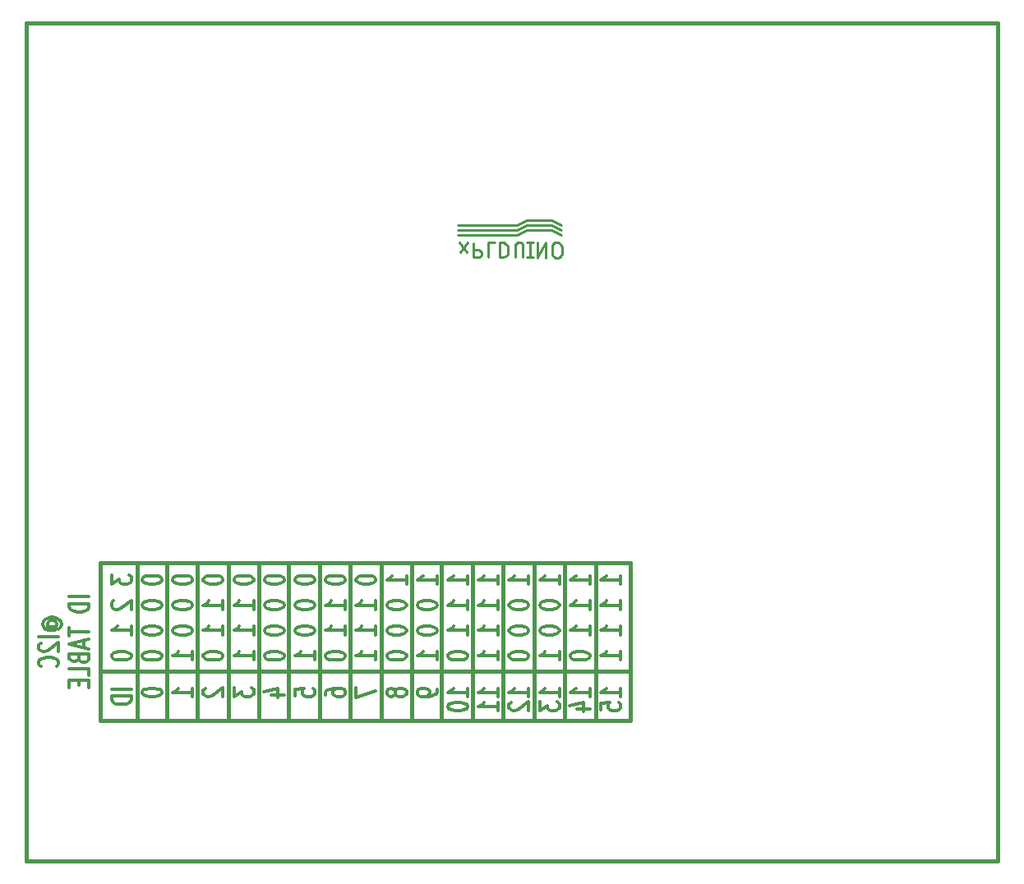
<source format=gbo>
G04 (created by PCBNEW (2013-mar-13)-testing) date jeu. 09 mai 2013 09:34:03 CEST*
%MOIN*%
G04 Gerber Fmt 3.4, Leading zero omitted, Abs format*
%FSLAX34Y34*%
G01*
G70*
G90*
G04 APERTURE LIST*
%ADD10C,2.3622e-06*%
%ADD11C,0.015*%
%ADD12C,0.012*%
%ADD13C,0.01*%
G04 APERTURE END LIST*
G54D10*
G54D11*
X74500Y-54300D02*
X96000Y-54300D01*
X89600Y-56300D02*
X89600Y-49950D01*
X76000Y-49900D02*
X76000Y-56300D01*
X77200Y-56300D02*
X77200Y-49900D01*
X78450Y-49900D02*
X78450Y-56300D01*
X79700Y-56300D02*
X79700Y-49900D01*
X80950Y-49900D02*
X80950Y-56300D01*
X82150Y-49900D02*
X82200Y-49900D01*
X82150Y-56300D02*
X82150Y-49900D01*
X83400Y-49900D02*
X83400Y-56300D01*
X84650Y-49950D02*
X84650Y-49900D01*
X84650Y-56300D02*
X84650Y-49950D01*
X85900Y-56300D02*
X85900Y-49900D01*
X87150Y-49900D02*
X87200Y-49900D01*
X87150Y-56300D02*
X87150Y-49900D01*
X88350Y-56300D02*
X88400Y-56300D01*
X88350Y-49900D02*
X88350Y-56300D01*
X90850Y-49950D02*
X90850Y-56300D01*
X92100Y-49900D02*
X92150Y-49900D01*
X92100Y-56300D02*
X92100Y-49900D01*
X93350Y-56300D02*
X93400Y-56300D01*
X93350Y-49900D02*
X93350Y-56300D01*
X93300Y-49900D02*
X93400Y-49900D01*
X94600Y-56300D02*
X94600Y-49900D01*
X96000Y-56300D02*
X95900Y-56300D01*
X96000Y-49900D02*
X96000Y-56300D01*
X74500Y-49900D02*
X96000Y-49900D01*
X74500Y-56300D02*
X74500Y-49900D01*
X95900Y-56300D02*
X74500Y-56300D01*
G54D12*
X72430Y-52500D02*
X72392Y-52471D01*
X72354Y-52414D01*
X72354Y-52357D01*
X72392Y-52300D01*
X72430Y-52271D01*
X72507Y-52242D01*
X72583Y-52242D01*
X72659Y-52271D01*
X72697Y-52300D01*
X72735Y-52357D01*
X72735Y-52414D01*
X72697Y-52471D01*
X72659Y-52500D01*
X72354Y-52500D02*
X72659Y-52500D01*
X72697Y-52528D01*
X72697Y-52557D01*
X72659Y-52614D01*
X72583Y-52642D01*
X72392Y-52642D01*
X72278Y-52585D01*
X72202Y-52500D01*
X72164Y-52385D01*
X72202Y-52271D01*
X72278Y-52185D01*
X72392Y-52128D01*
X72545Y-52100D01*
X72697Y-52128D01*
X72811Y-52185D01*
X72888Y-52271D01*
X72926Y-52385D01*
X72888Y-52500D01*
X72811Y-52585D01*
X72811Y-52900D02*
X72011Y-52900D01*
X72088Y-53157D02*
X72050Y-53185D01*
X72011Y-53242D01*
X72011Y-53385D01*
X72050Y-53442D01*
X72088Y-53471D01*
X72164Y-53500D01*
X72240Y-53500D01*
X72354Y-53471D01*
X72811Y-53128D01*
X72811Y-53500D01*
X72735Y-54100D02*
X72773Y-54071D01*
X72811Y-53985D01*
X72811Y-53928D01*
X72773Y-53842D01*
X72697Y-53785D01*
X72621Y-53757D01*
X72469Y-53728D01*
X72354Y-53728D01*
X72202Y-53757D01*
X72126Y-53785D01*
X72050Y-53842D01*
X72011Y-53928D01*
X72011Y-53985D01*
X72050Y-54071D01*
X72088Y-54100D01*
X74051Y-51271D02*
X73251Y-51271D01*
X74051Y-51557D02*
X73251Y-51557D01*
X73251Y-51700D01*
X73290Y-51785D01*
X73366Y-51842D01*
X73442Y-51871D01*
X73594Y-51900D01*
X73709Y-51900D01*
X73861Y-51871D01*
X73937Y-51842D01*
X74013Y-51785D01*
X74051Y-51700D01*
X74051Y-51557D01*
X73251Y-52528D02*
X73251Y-52871D01*
X74051Y-52700D02*
X73251Y-52700D01*
X73823Y-53042D02*
X73823Y-53328D01*
X74051Y-52985D02*
X73251Y-53185D01*
X74051Y-53385D01*
X73632Y-53785D02*
X73670Y-53871D01*
X73709Y-53900D01*
X73785Y-53928D01*
X73899Y-53928D01*
X73975Y-53900D01*
X74013Y-53871D01*
X74051Y-53814D01*
X74051Y-53585D01*
X73251Y-53585D01*
X73251Y-53785D01*
X73290Y-53842D01*
X73328Y-53871D01*
X73404Y-53900D01*
X73480Y-53900D01*
X73556Y-53871D01*
X73594Y-53842D01*
X73632Y-53785D01*
X73632Y-53585D01*
X74051Y-54471D02*
X74051Y-54185D01*
X73251Y-54185D01*
X73632Y-54671D02*
X73632Y-54871D01*
X74051Y-54957D02*
X74051Y-54671D01*
X73251Y-54671D01*
X73251Y-54957D01*
X74961Y-50385D02*
X74961Y-50757D01*
X75266Y-50557D01*
X75266Y-50642D01*
X75304Y-50700D01*
X75342Y-50728D01*
X75419Y-50757D01*
X75609Y-50757D01*
X75685Y-50728D01*
X75723Y-50700D01*
X75761Y-50642D01*
X75761Y-50471D01*
X75723Y-50414D01*
X75685Y-50385D01*
X75038Y-51442D02*
X75000Y-51471D01*
X74961Y-51528D01*
X74961Y-51671D01*
X75000Y-51728D01*
X75038Y-51757D01*
X75114Y-51785D01*
X75190Y-51785D01*
X75304Y-51757D01*
X75761Y-51414D01*
X75761Y-51785D01*
X75761Y-52814D02*
X75761Y-52471D01*
X75761Y-52642D02*
X74961Y-52642D01*
X75076Y-52585D01*
X75152Y-52528D01*
X75190Y-52471D01*
X74961Y-53642D02*
X74961Y-53700D01*
X75000Y-53757D01*
X75038Y-53785D01*
X75114Y-53814D01*
X75266Y-53842D01*
X75457Y-53842D01*
X75609Y-53814D01*
X75685Y-53785D01*
X75723Y-53757D01*
X75761Y-53700D01*
X75761Y-53642D01*
X75723Y-53585D01*
X75685Y-53557D01*
X75609Y-53528D01*
X75457Y-53500D01*
X75266Y-53500D01*
X75114Y-53528D01*
X75038Y-53557D01*
X75000Y-53585D01*
X74961Y-53642D01*
X75761Y-55014D02*
X74961Y-55014D01*
X75761Y-55300D02*
X74961Y-55300D01*
X74961Y-55442D01*
X75000Y-55528D01*
X75076Y-55585D01*
X75152Y-55614D01*
X75304Y-55642D01*
X75419Y-55642D01*
X75571Y-55614D01*
X75647Y-55585D01*
X75723Y-55528D01*
X75761Y-55442D01*
X75761Y-55300D01*
X76201Y-50557D02*
X76201Y-50614D01*
X76240Y-50671D01*
X76278Y-50700D01*
X76354Y-50728D01*
X76506Y-50757D01*
X76697Y-50757D01*
X76849Y-50728D01*
X76925Y-50700D01*
X76963Y-50671D01*
X77001Y-50614D01*
X77001Y-50557D01*
X76963Y-50500D01*
X76925Y-50471D01*
X76849Y-50442D01*
X76697Y-50414D01*
X76506Y-50414D01*
X76354Y-50442D01*
X76278Y-50471D01*
X76240Y-50500D01*
X76201Y-50557D01*
X76201Y-51585D02*
X76201Y-51642D01*
X76240Y-51700D01*
X76278Y-51728D01*
X76354Y-51757D01*
X76506Y-51785D01*
X76697Y-51785D01*
X76849Y-51757D01*
X76925Y-51728D01*
X76963Y-51700D01*
X77001Y-51642D01*
X77001Y-51585D01*
X76963Y-51528D01*
X76925Y-51500D01*
X76849Y-51471D01*
X76697Y-51442D01*
X76506Y-51442D01*
X76354Y-51471D01*
X76278Y-51500D01*
X76240Y-51528D01*
X76201Y-51585D01*
X76201Y-52614D02*
X76201Y-52671D01*
X76240Y-52728D01*
X76278Y-52757D01*
X76354Y-52785D01*
X76506Y-52814D01*
X76697Y-52814D01*
X76849Y-52785D01*
X76925Y-52757D01*
X76963Y-52728D01*
X77001Y-52671D01*
X77001Y-52614D01*
X76963Y-52557D01*
X76925Y-52528D01*
X76849Y-52500D01*
X76697Y-52471D01*
X76506Y-52471D01*
X76354Y-52500D01*
X76278Y-52528D01*
X76240Y-52557D01*
X76201Y-52614D01*
X76201Y-53642D02*
X76201Y-53700D01*
X76240Y-53757D01*
X76278Y-53785D01*
X76354Y-53814D01*
X76506Y-53842D01*
X76697Y-53842D01*
X76849Y-53814D01*
X76925Y-53785D01*
X76963Y-53757D01*
X77001Y-53700D01*
X77001Y-53642D01*
X76963Y-53585D01*
X76925Y-53557D01*
X76849Y-53528D01*
X76697Y-53500D01*
X76506Y-53500D01*
X76354Y-53528D01*
X76278Y-53557D01*
X76240Y-53585D01*
X76201Y-53642D01*
X76201Y-55128D02*
X76201Y-55185D01*
X76240Y-55242D01*
X76278Y-55271D01*
X76354Y-55300D01*
X76506Y-55328D01*
X76697Y-55328D01*
X76849Y-55300D01*
X76925Y-55271D01*
X76963Y-55242D01*
X77001Y-55185D01*
X77001Y-55128D01*
X76963Y-55071D01*
X76925Y-55042D01*
X76849Y-55014D01*
X76697Y-54985D01*
X76506Y-54985D01*
X76354Y-55014D01*
X76278Y-55042D01*
X76240Y-55071D01*
X76201Y-55128D01*
X77441Y-50557D02*
X77441Y-50614D01*
X77480Y-50671D01*
X77518Y-50700D01*
X77594Y-50728D01*
X77746Y-50757D01*
X77937Y-50757D01*
X78089Y-50728D01*
X78165Y-50700D01*
X78203Y-50671D01*
X78241Y-50614D01*
X78241Y-50557D01*
X78203Y-50500D01*
X78165Y-50471D01*
X78089Y-50442D01*
X77937Y-50414D01*
X77746Y-50414D01*
X77594Y-50442D01*
X77518Y-50471D01*
X77480Y-50500D01*
X77441Y-50557D01*
X77441Y-51585D02*
X77441Y-51642D01*
X77480Y-51700D01*
X77518Y-51728D01*
X77594Y-51757D01*
X77746Y-51785D01*
X77937Y-51785D01*
X78089Y-51757D01*
X78165Y-51728D01*
X78203Y-51700D01*
X78241Y-51642D01*
X78241Y-51585D01*
X78203Y-51528D01*
X78165Y-51500D01*
X78089Y-51471D01*
X77937Y-51442D01*
X77746Y-51442D01*
X77594Y-51471D01*
X77518Y-51500D01*
X77480Y-51528D01*
X77441Y-51585D01*
X77441Y-52614D02*
X77441Y-52671D01*
X77480Y-52728D01*
X77518Y-52757D01*
X77594Y-52785D01*
X77746Y-52814D01*
X77937Y-52814D01*
X78089Y-52785D01*
X78165Y-52757D01*
X78203Y-52728D01*
X78241Y-52671D01*
X78241Y-52614D01*
X78203Y-52557D01*
X78165Y-52528D01*
X78089Y-52500D01*
X77937Y-52471D01*
X77746Y-52471D01*
X77594Y-52500D01*
X77518Y-52528D01*
X77480Y-52557D01*
X77441Y-52614D01*
X78241Y-53842D02*
X78241Y-53500D01*
X78241Y-53671D02*
X77441Y-53671D01*
X77556Y-53614D01*
X77632Y-53557D01*
X77670Y-53500D01*
X78241Y-55328D02*
X78241Y-54985D01*
X78241Y-55157D02*
X77441Y-55157D01*
X77556Y-55100D01*
X77632Y-55042D01*
X77670Y-54985D01*
X78681Y-50557D02*
X78681Y-50614D01*
X78720Y-50671D01*
X78758Y-50700D01*
X78834Y-50728D01*
X78986Y-50757D01*
X79177Y-50757D01*
X79329Y-50728D01*
X79405Y-50700D01*
X79443Y-50671D01*
X79481Y-50614D01*
X79481Y-50557D01*
X79443Y-50500D01*
X79405Y-50471D01*
X79329Y-50442D01*
X79177Y-50414D01*
X78986Y-50414D01*
X78834Y-50442D01*
X78758Y-50471D01*
X78720Y-50500D01*
X78681Y-50557D01*
X79481Y-51785D02*
X79481Y-51442D01*
X79481Y-51614D02*
X78681Y-51614D01*
X78796Y-51557D01*
X78872Y-51500D01*
X78910Y-51442D01*
X79481Y-52814D02*
X79481Y-52471D01*
X79481Y-52642D02*
X78681Y-52642D01*
X78796Y-52585D01*
X78872Y-52528D01*
X78910Y-52471D01*
X78681Y-53642D02*
X78681Y-53700D01*
X78720Y-53757D01*
X78758Y-53785D01*
X78834Y-53814D01*
X78986Y-53842D01*
X79177Y-53842D01*
X79329Y-53814D01*
X79405Y-53785D01*
X79443Y-53757D01*
X79481Y-53700D01*
X79481Y-53642D01*
X79443Y-53585D01*
X79405Y-53557D01*
X79329Y-53528D01*
X79177Y-53500D01*
X78986Y-53500D01*
X78834Y-53528D01*
X78758Y-53557D01*
X78720Y-53585D01*
X78681Y-53642D01*
X78758Y-54985D02*
X78720Y-55014D01*
X78681Y-55071D01*
X78681Y-55214D01*
X78720Y-55271D01*
X78758Y-55300D01*
X78834Y-55328D01*
X78910Y-55328D01*
X79024Y-55300D01*
X79481Y-54957D01*
X79481Y-55328D01*
X79921Y-50557D02*
X79921Y-50614D01*
X79960Y-50671D01*
X79998Y-50700D01*
X80074Y-50728D01*
X80226Y-50757D01*
X80417Y-50757D01*
X80569Y-50728D01*
X80645Y-50700D01*
X80683Y-50671D01*
X80721Y-50614D01*
X80721Y-50557D01*
X80683Y-50500D01*
X80645Y-50471D01*
X80569Y-50442D01*
X80417Y-50414D01*
X80226Y-50414D01*
X80074Y-50442D01*
X79998Y-50471D01*
X79960Y-50500D01*
X79921Y-50557D01*
X80721Y-51785D02*
X80721Y-51442D01*
X80721Y-51614D02*
X79921Y-51614D01*
X80036Y-51557D01*
X80112Y-51500D01*
X80150Y-51442D01*
X80721Y-52814D02*
X80721Y-52471D01*
X80721Y-52642D02*
X79921Y-52642D01*
X80036Y-52585D01*
X80112Y-52528D01*
X80150Y-52471D01*
X80721Y-53842D02*
X80721Y-53500D01*
X80721Y-53671D02*
X79921Y-53671D01*
X80036Y-53614D01*
X80112Y-53557D01*
X80150Y-53500D01*
X79921Y-54957D02*
X79921Y-55328D01*
X80226Y-55128D01*
X80226Y-55214D01*
X80264Y-55271D01*
X80302Y-55300D01*
X80379Y-55328D01*
X80569Y-55328D01*
X80645Y-55300D01*
X80683Y-55271D01*
X80721Y-55214D01*
X80721Y-55042D01*
X80683Y-54985D01*
X80645Y-54957D01*
X81161Y-50557D02*
X81161Y-50614D01*
X81200Y-50671D01*
X81238Y-50700D01*
X81314Y-50728D01*
X81466Y-50757D01*
X81657Y-50757D01*
X81809Y-50728D01*
X81885Y-50700D01*
X81923Y-50671D01*
X81961Y-50614D01*
X81961Y-50557D01*
X81923Y-50500D01*
X81885Y-50471D01*
X81809Y-50442D01*
X81657Y-50414D01*
X81466Y-50414D01*
X81314Y-50442D01*
X81238Y-50471D01*
X81200Y-50500D01*
X81161Y-50557D01*
X81161Y-51585D02*
X81161Y-51642D01*
X81200Y-51700D01*
X81238Y-51728D01*
X81314Y-51757D01*
X81466Y-51785D01*
X81657Y-51785D01*
X81809Y-51757D01*
X81885Y-51728D01*
X81923Y-51700D01*
X81961Y-51642D01*
X81961Y-51585D01*
X81923Y-51528D01*
X81885Y-51500D01*
X81809Y-51471D01*
X81657Y-51442D01*
X81466Y-51442D01*
X81314Y-51471D01*
X81238Y-51500D01*
X81200Y-51528D01*
X81161Y-51585D01*
X81161Y-52614D02*
X81161Y-52671D01*
X81200Y-52728D01*
X81238Y-52757D01*
X81314Y-52785D01*
X81466Y-52814D01*
X81657Y-52814D01*
X81809Y-52785D01*
X81885Y-52757D01*
X81923Y-52728D01*
X81961Y-52671D01*
X81961Y-52614D01*
X81923Y-52557D01*
X81885Y-52528D01*
X81809Y-52500D01*
X81657Y-52471D01*
X81466Y-52471D01*
X81314Y-52500D01*
X81238Y-52528D01*
X81200Y-52557D01*
X81161Y-52614D01*
X81161Y-53642D02*
X81161Y-53700D01*
X81200Y-53757D01*
X81238Y-53785D01*
X81314Y-53814D01*
X81466Y-53842D01*
X81657Y-53842D01*
X81809Y-53814D01*
X81885Y-53785D01*
X81923Y-53757D01*
X81961Y-53700D01*
X81961Y-53642D01*
X81923Y-53585D01*
X81885Y-53557D01*
X81809Y-53528D01*
X81657Y-53500D01*
X81466Y-53500D01*
X81314Y-53528D01*
X81238Y-53557D01*
X81200Y-53585D01*
X81161Y-53642D01*
X81428Y-55271D02*
X81961Y-55271D01*
X81123Y-55128D02*
X81695Y-54985D01*
X81695Y-55357D01*
X82401Y-50557D02*
X82401Y-50614D01*
X82440Y-50671D01*
X82478Y-50700D01*
X82554Y-50728D01*
X82706Y-50757D01*
X82897Y-50757D01*
X83049Y-50728D01*
X83125Y-50700D01*
X83163Y-50671D01*
X83201Y-50614D01*
X83201Y-50557D01*
X83163Y-50500D01*
X83125Y-50471D01*
X83049Y-50442D01*
X82897Y-50414D01*
X82706Y-50414D01*
X82554Y-50442D01*
X82478Y-50471D01*
X82440Y-50500D01*
X82401Y-50557D01*
X82401Y-51585D02*
X82401Y-51642D01*
X82440Y-51700D01*
X82478Y-51728D01*
X82554Y-51757D01*
X82706Y-51785D01*
X82897Y-51785D01*
X83049Y-51757D01*
X83125Y-51728D01*
X83163Y-51700D01*
X83201Y-51642D01*
X83201Y-51585D01*
X83163Y-51528D01*
X83125Y-51500D01*
X83049Y-51471D01*
X82897Y-51442D01*
X82706Y-51442D01*
X82554Y-51471D01*
X82478Y-51500D01*
X82440Y-51528D01*
X82401Y-51585D01*
X82401Y-52614D02*
X82401Y-52671D01*
X82440Y-52728D01*
X82478Y-52757D01*
X82554Y-52785D01*
X82706Y-52814D01*
X82897Y-52814D01*
X83049Y-52785D01*
X83125Y-52757D01*
X83163Y-52728D01*
X83201Y-52671D01*
X83201Y-52614D01*
X83163Y-52557D01*
X83125Y-52528D01*
X83049Y-52500D01*
X82897Y-52471D01*
X82706Y-52471D01*
X82554Y-52500D01*
X82478Y-52528D01*
X82440Y-52557D01*
X82401Y-52614D01*
X83201Y-53842D02*
X83201Y-53500D01*
X83201Y-53671D02*
X82401Y-53671D01*
X82516Y-53614D01*
X82592Y-53557D01*
X82630Y-53500D01*
X82401Y-55300D02*
X82401Y-55014D01*
X82782Y-54985D01*
X82744Y-55014D01*
X82706Y-55071D01*
X82706Y-55214D01*
X82744Y-55271D01*
X82782Y-55300D01*
X82859Y-55328D01*
X83049Y-55328D01*
X83125Y-55300D01*
X83163Y-55271D01*
X83201Y-55214D01*
X83201Y-55071D01*
X83163Y-55014D01*
X83125Y-54985D01*
X83641Y-50557D02*
X83641Y-50614D01*
X83680Y-50671D01*
X83718Y-50700D01*
X83794Y-50728D01*
X83946Y-50757D01*
X84137Y-50757D01*
X84289Y-50728D01*
X84365Y-50700D01*
X84403Y-50671D01*
X84441Y-50614D01*
X84441Y-50557D01*
X84403Y-50500D01*
X84365Y-50471D01*
X84289Y-50442D01*
X84137Y-50414D01*
X83946Y-50414D01*
X83794Y-50442D01*
X83718Y-50471D01*
X83680Y-50500D01*
X83641Y-50557D01*
X84441Y-51785D02*
X84441Y-51442D01*
X84441Y-51614D02*
X83641Y-51614D01*
X83756Y-51557D01*
X83832Y-51500D01*
X83870Y-51442D01*
X84441Y-52814D02*
X84441Y-52471D01*
X84441Y-52642D02*
X83641Y-52642D01*
X83756Y-52585D01*
X83832Y-52528D01*
X83870Y-52471D01*
X83641Y-53642D02*
X83641Y-53700D01*
X83680Y-53757D01*
X83718Y-53785D01*
X83794Y-53814D01*
X83946Y-53842D01*
X84137Y-53842D01*
X84289Y-53814D01*
X84365Y-53785D01*
X84403Y-53757D01*
X84441Y-53700D01*
X84441Y-53642D01*
X84403Y-53585D01*
X84365Y-53557D01*
X84289Y-53528D01*
X84137Y-53500D01*
X83946Y-53500D01*
X83794Y-53528D01*
X83718Y-53557D01*
X83680Y-53585D01*
X83641Y-53642D01*
X83641Y-55271D02*
X83641Y-55157D01*
X83680Y-55100D01*
X83718Y-55071D01*
X83832Y-55014D01*
X83984Y-54985D01*
X84289Y-54985D01*
X84365Y-55014D01*
X84403Y-55042D01*
X84441Y-55100D01*
X84441Y-55214D01*
X84403Y-55271D01*
X84365Y-55300D01*
X84289Y-55328D01*
X84099Y-55328D01*
X84022Y-55300D01*
X83984Y-55271D01*
X83946Y-55214D01*
X83946Y-55100D01*
X83984Y-55042D01*
X84022Y-55014D01*
X84099Y-54985D01*
X84881Y-50557D02*
X84881Y-50614D01*
X84920Y-50671D01*
X84958Y-50700D01*
X85034Y-50728D01*
X85186Y-50757D01*
X85377Y-50757D01*
X85529Y-50728D01*
X85605Y-50700D01*
X85643Y-50671D01*
X85681Y-50614D01*
X85681Y-50557D01*
X85643Y-50500D01*
X85605Y-50471D01*
X85529Y-50442D01*
X85377Y-50414D01*
X85186Y-50414D01*
X85034Y-50442D01*
X84958Y-50471D01*
X84920Y-50500D01*
X84881Y-50557D01*
X85681Y-51785D02*
X85681Y-51442D01*
X85681Y-51614D02*
X84881Y-51614D01*
X84996Y-51557D01*
X85072Y-51500D01*
X85110Y-51442D01*
X85681Y-52814D02*
X85681Y-52471D01*
X85681Y-52642D02*
X84881Y-52642D01*
X84996Y-52585D01*
X85072Y-52528D01*
X85110Y-52471D01*
X85681Y-53842D02*
X85681Y-53500D01*
X85681Y-53671D02*
X84881Y-53671D01*
X84996Y-53614D01*
X85072Y-53557D01*
X85110Y-53500D01*
X84881Y-54957D02*
X84881Y-55357D01*
X85681Y-55100D01*
X86921Y-50757D02*
X86921Y-50414D01*
X86921Y-50585D02*
X86121Y-50585D01*
X86236Y-50528D01*
X86312Y-50471D01*
X86350Y-50414D01*
X86121Y-51585D02*
X86121Y-51642D01*
X86160Y-51700D01*
X86198Y-51728D01*
X86274Y-51757D01*
X86426Y-51785D01*
X86617Y-51785D01*
X86769Y-51757D01*
X86845Y-51728D01*
X86883Y-51700D01*
X86921Y-51642D01*
X86921Y-51585D01*
X86883Y-51528D01*
X86845Y-51500D01*
X86769Y-51471D01*
X86617Y-51442D01*
X86426Y-51442D01*
X86274Y-51471D01*
X86198Y-51500D01*
X86160Y-51528D01*
X86121Y-51585D01*
X86121Y-52614D02*
X86121Y-52671D01*
X86160Y-52728D01*
X86198Y-52757D01*
X86274Y-52785D01*
X86426Y-52814D01*
X86617Y-52814D01*
X86769Y-52785D01*
X86845Y-52757D01*
X86883Y-52728D01*
X86921Y-52671D01*
X86921Y-52614D01*
X86883Y-52557D01*
X86845Y-52528D01*
X86769Y-52500D01*
X86617Y-52471D01*
X86426Y-52471D01*
X86274Y-52500D01*
X86198Y-52528D01*
X86160Y-52557D01*
X86121Y-52614D01*
X86121Y-53642D02*
X86121Y-53700D01*
X86160Y-53757D01*
X86198Y-53785D01*
X86274Y-53814D01*
X86426Y-53842D01*
X86617Y-53842D01*
X86769Y-53814D01*
X86845Y-53785D01*
X86883Y-53757D01*
X86921Y-53700D01*
X86921Y-53642D01*
X86883Y-53585D01*
X86845Y-53557D01*
X86769Y-53528D01*
X86617Y-53500D01*
X86426Y-53500D01*
X86274Y-53528D01*
X86198Y-53557D01*
X86160Y-53585D01*
X86121Y-53642D01*
X86464Y-55100D02*
X86426Y-55042D01*
X86388Y-55014D01*
X86312Y-54985D01*
X86274Y-54985D01*
X86198Y-55014D01*
X86160Y-55042D01*
X86121Y-55100D01*
X86121Y-55214D01*
X86160Y-55271D01*
X86198Y-55300D01*
X86274Y-55328D01*
X86312Y-55328D01*
X86388Y-55300D01*
X86426Y-55271D01*
X86464Y-55214D01*
X86464Y-55100D01*
X86502Y-55042D01*
X86540Y-55014D01*
X86617Y-54985D01*
X86769Y-54985D01*
X86845Y-55014D01*
X86883Y-55042D01*
X86921Y-55100D01*
X86921Y-55214D01*
X86883Y-55271D01*
X86845Y-55300D01*
X86769Y-55328D01*
X86617Y-55328D01*
X86540Y-55300D01*
X86502Y-55271D01*
X86464Y-55214D01*
X88161Y-50757D02*
X88161Y-50414D01*
X88161Y-50585D02*
X87361Y-50585D01*
X87476Y-50528D01*
X87552Y-50471D01*
X87590Y-50414D01*
X87361Y-51585D02*
X87361Y-51642D01*
X87400Y-51700D01*
X87438Y-51728D01*
X87514Y-51757D01*
X87666Y-51785D01*
X87857Y-51785D01*
X88009Y-51757D01*
X88085Y-51728D01*
X88123Y-51700D01*
X88161Y-51642D01*
X88161Y-51585D01*
X88123Y-51528D01*
X88085Y-51500D01*
X88009Y-51471D01*
X87857Y-51442D01*
X87666Y-51442D01*
X87514Y-51471D01*
X87438Y-51500D01*
X87400Y-51528D01*
X87361Y-51585D01*
X87361Y-52614D02*
X87361Y-52671D01*
X87400Y-52728D01*
X87438Y-52757D01*
X87514Y-52785D01*
X87666Y-52814D01*
X87857Y-52814D01*
X88009Y-52785D01*
X88085Y-52757D01*
X88123Y-52728D01*
X88161Y-52671D01*
X88161Y-52614D01*
X88123Y-52557D01*
X88085Y-52528D01*
X88009Y-52500D01*
X87857Y-52471D01*
X87666Y-52471D01*
X87514Y-52500D01*
X87438Y-52528D01*
X87400Y-52557D01*
X87361Y-52614D01*
X88161Y-53842D02*
X88161Y-53500D01*
X88161Y-53671D02*
X87361Y-53671D01*
X87476Y-53614D01*
X87552Y-53557D01*
X87590Y-53500D01*
X88161Y-55042D02*
X88161Y-55157D01*
X88123Y-55214D01*
X88085Y-55242D01*
X87971Y-55300D01*
X87819Y-55328D01*
X87514Y-55328D01*
X87438Y-55300D01*
X87400Y-55271D01*
X87361Y-55214D01*
X87361Y-55100D01*
X87400Y-55042D01*
X87438Y-55014D01*
X87514Y-54985D01*
X87704Y-54985D01*
X87780Y-55014D01*
X87819Y-55042D01*
X87857Y-55100D01*
X87857Y-55214D01*
X87819Y-55271D01*
X87780Y-55300D01*
X87704Y-55328D01*
X89401Y-50757D02*
X89401Y-50414D01*
X89401Y-50585D02*
X88601Y-50585D01*
X88716Y-50528D01*
X88792Y-50471D01*
X88830Y-50414D01*
X89401Y-51785D02*
X89401Y-51442D01*
X89401Y-51614D02*
X88601Y-51614D01*
X88716Y-51557D01*
X88792Y-51500D01*
X88830Y-51442D01*
X89401Y-52814D02*
X89401Y-52471D01*
X89401Y-52642D02*
X88601Y-52642D01*
X88716Y-52585D01*
X88792Y-52528D01*
X88830Y-52471D01*
X88601Y-53642D02*
X88601Y-53700D01*
X88640Y-53757D01*
X88678Y-53785D01*
X88754Y-53814D01*
X88906Y-53842D01*
X89097Y-53842D01*
X89249Y-53814D01*
X89325Y-53785D01*
X89363Y-53757D01*
X89401Y-53700D01*
X89401Y-53642D01*
X89363Y-53585D01*
X89325Y-53557D01*
X89249Y-53528D01*
X89097Y-53500D01*
X88906Y-53500D01*
X88754Y-53528D01*
X88678Y-53557D01*
X88640Y-53585D01*
X88601Y-53642D01*
X89401Y-55328D02*
X89401Y-54985D01*
X89401Y-55157D02*
X88601Y-55157D01*
X88716Y-55100D01*
X88792Y-55042D01*
X88830Y-54985D01*
X88601Y-55700D02*
X88601Y-55757D01*
X88640Y-55814D01*
X88678Y-55842D01*
X88754Y-55871D01*
X88906Y-55900D01*
X89097Y-55900D01*
X89249Y-55871D01*
X89325Y-55842D01*
X89363Y-55814D01*
X89401Y-55757D01*
X89401Y-55700D01*
X89363Y-55642D01*
X89325Y-55614D01*
X89249Y-55585D01*
X89097Y-55557D01*
X88906Y-55557D01*
X88754Y-55585D01*
X88678Y-55614D01*
X88640Y-55642D01*
X88601Y-55700D01*
X90641Y-50757D02*
X90641Y-50414D01*
X90641Y-50585D02*
X89841Y-50585D01*
X89956Y-50528D01*
X90032Y-50471D01*
X90070Y-50414D01*
X90641Y-51785D02*
X90641Y-51442D01*
X90641Y-51614D02*
X89841Y-51614D01*
X89956Y-51557D01*
X90032Y-51500D01*
X90070Y-51442D01*
X90641Y-52814D02*
X90641Y-52471D01*
X90641Y-52642D02*
X89841Y-52642D01*
X89956Y-52585D01*
X90032Y-52528D01*
X90070Y-52471D01*
X90641Y-53842D02*
X90641Y-53500D01*
X90641Y-53671D02*
X89841Y-53671D01*
X89956Y-53614D01*
X90032Y-53557D01*
X90070Y-53500D01*
X90641Y-55328D02*
X90641Y-54985D01*
X90641Y-55157D02*
X89841Y-55157D01*
X89956Y-55100D01*
X90032Y-55042D01*
X90070Y-54985D01*
X90641Y-55900D02*
X90641Y-55557D01*
X90641Y-55728D02*
X89841Y-55728D01*
X89956Y-55671D01*
X90032Y-55614D01*
X90070Y-55557D01*
X91881Y-50757D02*
X91881Y-50414D01*
X91881Y-50585D02*
X91081Y-50585D01*
X91196Y-50528D01*
X91272Y-50471D01*
X91310Y-50414D01*
X91081Y-51585D02*
X91081Y-51642D01*
X91120Y-51700D01*
X91158Y-51728D01*
X91234Y-51757D01*
X91386Y-51785D01*
X91577Y-51785D01*
X91729Y-51757D01*
X91805Y-51728D01*
X91843Y-51700D01*
X91881Y-51642D01*
X91881Y-51585D01*
X91843Y-51528D01*
X91805Y-51500D01*
X91729Y-51471D01*
X91577Y-51442D01*
X91386Y-51442D01*
X91234Y-51471D01*
X91158Y-51500D01*
X91120Y-51528D01*
X91081Y-51585D01*
X91081Y-52614D02*
X91081Y-52671D01*
X91120Y-52728D01*
X91158Y-52757D01*
X91234Y-52785D01*
X91386Y-52814D01*
X91577Y-52814D01*
X91729Y-52785D01*
X91805Y-52757D01*
X91843Y-52728D01*
X91881Y-52671D01*
X91881Y-52614D01*
X91843Y-52557D01*
X91805Y-52528D01*
X91729Y-52500D01*
X91577Y-52471D01*
X91386Y-52471D01*
X91234Y-52500D01*
X91158Y-52528D01*
X91120Y-52557D01*
X91081Y-52614D01*
X91081Y-53642D02*
X91081Y-53700D01*
X91120Y-53757D01*
X91158Y-53785D01*
X91234Y-53814D01*
X91386Y-53842D01*
X91577Y-53842D01*
X91729Y-53814D01*
X91805Y-53785D01*
X91843Y-53757D01*
X91881Y-53700D01*
X91881Y-53642D01*
X91843Y-53585D01*
X91805Y-53557D01*
X91729Y-53528D01*
X91577Y-53500D01*
X91386Y-53500D01*
X91234Y-53528D01*
X91158Y-53557D01*
X91120Y-53585D01*
X91081Y-53642D01*
X91881Y-55328D02*
X91881Y-54985D01*
X91881Y-55157D02*
X91081Y-55157D01*
X91196Y-55100D01*
X91272Y-55042D01*
X91310Y-54985D01*
X91158Y-55557D02*
X91120Y-55585D01*
X91081Y-55642D01*
X91081Y-55785D01*
X91120Y-55842D01*
X91158Y-55871D01*
X91234Y-55900D01*
X91310Y-55900D01*
X91424Y-55871D01*
X91881Y-55528D01*
X91881Y-55900D01*
X93121Y-50757D02*
X93121Y-50414D01*
X93121Y-50585D02*
X92321Y-50585D01*
X92436Y-50528D01*
X92512Y-50471D01*
X92550Y-50414D01*
X92321Y-51585D02*
X92321Y-51642D01*
X92360Y-51700D01*
X92398Y-51728D01*
X92474Y-51757D01*
X92626Y-51785D01*
X92817Y-51785D01*
X92969Y-51757D01*
X93045Y-51728D01*
X93083Y-51700D01*
X93121Y-51642D01*
X93121Y-51585D01*
X93083Y-51528D01*
X93045Y-51500D01*
X92969Y-51471D01*
X92817Y-51442D01*
X92626Y-51442D01*
X92474Y-51471D01*
X92398Y-51500D01*
X92360Y-51528D01*
X92321Y-51585D01*
X92321Y-52614D02*
X92321Y-52671D01*
X92360Y-52728D01*
X92398Y-52757D01*
X92474Y-52785D01*
X92626Y-52814D01*
X92817Y-52814D01*
X92969Y-52785D01*
X93045Y-52757D01*
X93083Y-52728D01*
X93121Y-52671D01*
X93121Y-52614D01*
X93083Y-52557D01*
X93045Y-52528D01*
X92969Y-52500D01*
X92817Y-52471D01*
X92626Y-52471D01*
X92474Y-52500D01*
X92398Y-52528D01*
X92360Y-52557D01*
X92321Y-52614D01*
X93121Y-53842D02*
X93121Y-53500D01*
X93121Y-53671D02*
X92321Y-53671D01*
X92436Y-53614D01*
X92512Y-53557D01*
X92550Y-53500D01*
X93121Y-55328D02*
X93121Y-54985D01*
X93121Y-55157D02*
X92321Y-55157D01*
X92436Y-55100D01*
X92512Y-55042D01*
X92550Y-54985D01*
X92321Y-55528D02*
X92321Y-55900D01*
X92626Y-55700D01*
X92626Y-55785D01*
X92664Y-55842D01*
X92702Y-55871D01*
X92779Y-55900D01*
X92969Y-55900D01*
X93045Y-55871D01*
X93083Y-55842D01*
X93121Y-55785D01*
X93121Y-55614D01*
X93083Y-55557D01*
X93045Y-55528D01*
X94361Y-50757D02*
X94361Y-50414D01*
X94361Y-50585D02*
X93561Y-50585D01*
X93676Y-50528D01*
X93752Y-50471D01*
X93790Y-50414D01*
X94361Y-51785D02*
X94361Y-51442D01*
X94361Y-51614D02*
X93561Y-51614D01*
X93676Y-51557D01*
X93752Y-51500D01*
X93790Y-51442D01*
X94361Y-52814D02*
X94361Y-52471D01*
X94361Y-52642D02*
X93561Y-52642D01*
X93676Y-52585D01*
X93752Y-52528D01*
X93790Y-52471D01*
X93561Y-53642D02*
X93561Y-53700D01*
X93600Y-53757D01*
X93638Y-53785D01*
X93714Y-53814D01*
X93866Y-53842D01*
X94057Y-53842D01*
X94209Y-53814D01*
X94285Y-53785D01*
X94323Y-53757D01*
X94361Y-53700D01*
X94361Y-53642D01*
X94323Y-53585D01*
X94285Y-53557D01*
X94209Y-53528D01*
X94057Y-53500D01*
X93866Y-53500D01*
X93714Y-53528D01*
X93638Y-53557D01*
X93600Y-53585D01*
X93561Y-53642D01*
X94361Y-55328D02*
X94361Y-54985D01*
X94361Y-55157D02*
X93561Y-55157D01*
X93676Y-55100D01*
X93752Y-55042D01*
X93790Y-54985D01*
X93828Y-55842D02*
X94361Y-55842D01*
X93523Y-55700D02*
X94095Y-55557D01*
X94095Y-55928D01*
X95601Y-50757D02*
X95601Y-50414D01*
X95601Y-50585D02*
X94801Y-50585D01*
X94916Y-50528D01*
X94992Y-50471D01*
X95030Y-50414D01*
X95601Y-51785D02*
X95601Y-51442D01*
X95601Y-51614D02*
X94801Y-51614D01*
X94916Y-51557D01*
X94992Y-51500D01*
X95030Y-51442D01*
X95601Y-52814D02*
X95601Y-52471D01*
X95601Y-52642D02*
X94801Y-52642D01*
X94916Y-52585D01*
X94992Y-52528D01*
X95030Y-52471D01*
X95601Y-53842D02*
X95601Y-53500D01*
X95601Y-53671D02*
X94801Y-53671D01*
X94916Y-53614D01*
X94992Y-53557D01*
X95030Y-53500D01*
X95601Y-55328D02*
X95601Y-54985D01*
X95601Y-55157D02*
X94801Y-55157D01*
X94916Y-55100D01*
X94992Y-55042D01*
X95030Y-54985D01*
X94801Y-55871D02*
X94801Y-55585D01*
X95182Y-55557D01*
X95144Y-55585D01*
X95106Y-55642D01*
X95106Y-55785D01*
X95144Y-55842D01*
X95182Y-55871D01*
X95259Y-55900D01*
X95449Y-55900D01*
X95525Y-55871D01*
X95563Y-55842D01*
X95601Y-55785D01*
X95601Y-55642D01*
X95563Y-55585D01*
X95525Y-55557D01*
G54D11*
X71500Y-62000D02*
X110900Y-62000D01*
X71500Y-28000D02*
X110900Y-28000D01*
X110900Y-28000D02*
X110800Y-28000D01*
X110900Y-62000D02*
X110900Y-28000D01*
X71500Y-62000D02*
X71500Y-28000D01*
G54D13*
X89000Y-36200D02*
X91400Y-36200D01*
X91400Y-36200D02*
X91800Y-36000D01*
X91800Y-36000D02*
X92800Y-36000D01*
X92800Y-36000D02*
X93200Y-36200D01*
X89000Y-36400D02*
X91400Y-36400D01*
X91400Y-36400D02*
X91800Y-36200D01*
X91800Y-36200D02*
X92800Y-36200D01*
X92800Y-36200D02*
X93200Y-36400D01*
X92800Y-36400D02*
X93200Y-36600D01*
X91800Y-36400D02*
X92800Y-36400D01*
X91400Y-36600D02*
X91800Y-36400D01*
X89000Y-36600D02*
X91400Y-36600D01*
X89000Y-36600D02*
X91400Y-36600D01*
X91400Y-36600D02*
X91800Y-36400D01*
X91800Y-36400D02*
X92800Y-36400D01*
X92800Y-36400D02*
X93200Y-36600D01*
X92800Y-36400D02*
X93200Y-36600D01*
X91800Y-36400D02*
X92800Y-36400D01*
X91400Y-36600D02*
X91800Y-36400D01*
X89000Y-36600D02*
X91400Y-36600D01*
X89000Y-36600D02*
X91400Y-36600D01*
X91400Y-36600D02*
X91800Y-36400D01*
X91800Y-36400D02*
X92800Y-36400D01*
X92800Y-36400D02*
X93200Y-36600D01*
X92800Y-36400D02*
X93200Y-36600D01*
X91800Y-36400D02*
X92800Y-36400D01*
X91400Y-36600D02*
X91800Y-36400D01*
X89000Y-36600D02*
X91400Y-36600D01*
X89000Y-36600D02*
X91400Y-36600D01*
X91400Y-36600D02*
X91800Y-36400D01*
X91800Y-36400D02*
X92800Y-36400D01*
X92800Y-36400D02*
X93200Y-36600D01*
X92800Y-36400D02*
X93200Y-36600D01*
X91800Y-36400D02*
X92800Y-36400D01*
X91400Y-36600D02*
X91800Y-36400D01*
X89000Y-36600D02*
X91400Y-36600D01*
X89000Y-36600D02*
X91400Y-36600D01*
X91400Y-36600D02*
X91800Y-36400D01*
X91800Y-36400D02*
X92800Y-36400D01*
X92800Y-36400D02*
X93200Y-36600D01*
X93075Y-36900D02*
X93175Y-36975D01*
X92850Y-37000D02*
X92950Y-36900D01*
X92025Y-36900D02*
X92075Y-36900D01*
X91800Y-36900D02*
X92050Y-36900D01*
X91800Y-37500D02*
X92075Y-37500D01*
X91950Y-36925D02*
X91950Y-37450D01*
X92825Y-37100D02*
X92850Y-37000D01*
X92950Y-36900D02*
X93075Y-36900D01*
X93225Y-37125D02*
X93200Y-37000D01*
X92825Y-37325D02*
X92850Y-37425D01*
X92850Y-37425D02*
X92925Y-37500D01*
X92925Y-37500D02*
X92975Y-37525D01*
X92975Y-37525D02*
X93075Y-37525D01*
X93075Y-37525D02*
X93125Y-37500D01*
X93125Y-37500D02*
X93175Y-37475D01*
X93175Y-37475D02*
X93200Y-37425D01*
X93200Y-37425D02*
X93225Y-37350D01*
X93225Y-37350D02*
X93225Y-37300D01*
X93225Y-37300D02*
X93225Y-37125D01*
X92825Y-37300D02*
X92825Y-37100D01*
X92225Y-36900D02*
X92225Y-37525D01*
X92225Y-37500D02*
X92575Y-36900D01*
X92575Y-36900D02*
X92575Y-37525D01*
X91325Y-37500D02*
X91325Y-37025D01*
X91325Y-37025D02*
X91350Y-36975D01*
X91350Y-36975D02*
X91375Y-36950D01*
X91375Y-36950D02*
X91400Y-36925D01*
X91400Y-36925D02*
X91450Y-36900D01*
X91450Y-36900D02*
X91500Y-36900D01*
X91500Y-36900D02*
X91550Y-36900D01*
X91550Y-36900D02*
X91600Y-36925D01*
X91600Y-36925D02*
X91625Y-36950D01*
X91625Y-36950D02*
X91650Y-36975D01*
X91650Y-36975D02*
X91650Y-37025D01*
X91650Y-37025D02*
X91650Y-37500D01*
X90725Y-37500D02*
X90850Y-37500D01*
X90850Y-37500D02*
X90950Y-37475D01*
X90950Y-37475D02*
X91000Y-37425D01*
X91000Y-37425D02*
X91025Y-37350D01*
X91025Y-37350D02*
X91050Y-37250D01*
X91050Y-37250D02*
X91050Y-37175D01*
X91050Y-37175D02*
X91050Y-37125D01*
X91050Y-37125D02*
X91025Y-37050D01*
X91025Y-37050D02*
X91000Y-37000D01*
X91000Y-37000D02*
X90950Y-36950D01*
X90950Y-36950D02*
X90875Y-36900D01*
X90875Y-36900D02*
X90825Y-36900D01*
X90825Y-36900D02*
X90700Y-36900D01*
X90700Y-36900D02*
X90700Y-37500D01*
X90225Y-37500D02*
X90225Y-36900D01*
X90225Y-36900D02*
X90500Y-36900D01*
X89625Y-37500D02*
X89650Y-37500D01*
X89650Y-37500D02*
X89875Y-37500D01*
X89875Y-37500D02*
X89925Y-37475D01*
X89925Y-37475D02*
X89950Y-37450D01*
X89950Y-37450D02*
X89975Y-37400D01*
X89975Y-37400D02*
X89975Y-37350D01*
X89975Y-37350D02*
X89975Y-37300D01*
X89975Y-37300D02*
X89950Y-37250D01*
X89950Y-37250D02*
X89900Y-37225D01*
X89900Y-37225D02*
X89850Y-37200D01*
X89850Y-37200D02*
X89625Y-37200D01*
X89625Y-36925D02*
X89625Y-37500D01*
X89100Y-37300D02*
X89400Y-36900D01*
X89075Y-36900D02*
X89375Y-37300D01*
M02*

</source>
